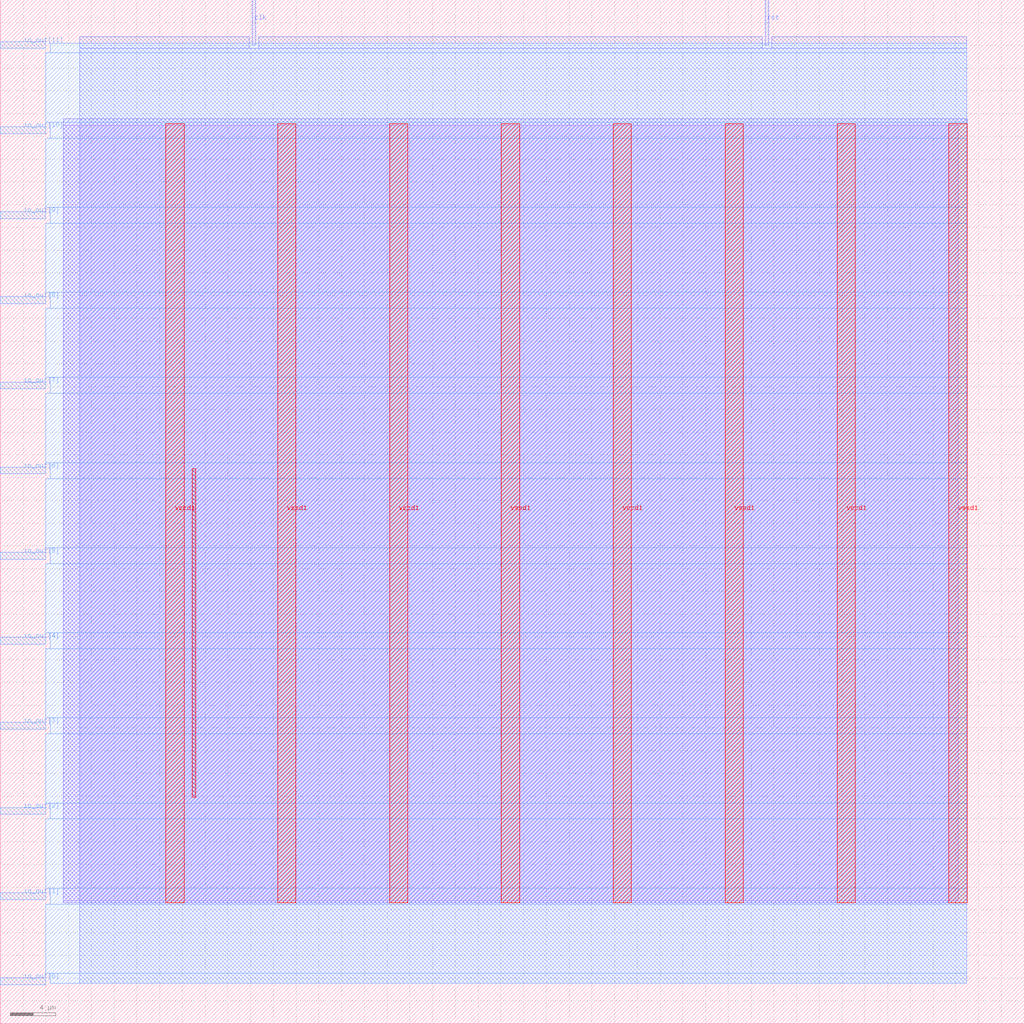
<source format=lef>
VERSION 5.7 ;
  NOWIREEXTENSIONATPIN ON ;
  DIVIDERCHAR "/" ;
  BUSBITCHARS "[]" ;
MACRO tt2_tholin_multiplexed_counter
  CLASS BLOCK ;
  FOREIGN tt2_tholin_multiplexed_counter ;
  ORIGIN 0.000 0.000 ;
  SIZE 90.000 BY 90.000 ;
  PIN clk
    DIRECTION INPUT ;
    USE SIGNAL ;
    PORT
      LAYER met2 ;
        RECT 22.170 86.000 22.450 90.000 ;
    END
  END clk
  PIN io_out[0]
    DIRECTION OUTPUT TRISTATE ;
    USE SIGNAL ;
    PORT
      LAYER met3 ;
        RECT 0.000 3.440 4.000 4.040 ;
    END
  END io_out[0]
  PIN io_out[10]
    DIRECTION OUTPUT TRISTATE ;
    USE SIGNAL ;
    PORT
      LAYER met3 ;
        RECT 0.000 78.240 4.000 78.840 ;
    END
  END io_out[10]
  PIN io_out[11]
    DIRECTION OUTPUT TRISTATE ;
    USE SIGNAL ;
    PORT
      LAYER met3 ;
        RECT 0.000 85.720 4.000 86.320 ;
    END
  END io_out[11]
  PIN io_out[1]
    DIRECTION OUTPUT TRISTATE ;
    USE SIGNAL ;
    PORT
      LAYER met3 ;
        RECT 0.000 10.920 4.000 11.520 ;
    END
  END io_out[1]
  PIN io_out[2]
    DIRECTION OUTPUT TRISTATE ;
    USE SIGNAL ;
    PORT
      LAYER met3 ;
        RECT 0.000 18.400 4.000 19.000 ;
    END
  END io_out[2]
  PIN io_out[3]
    DIRECTION OUTPUT TRISTATE ;
    USE SIGNAL ;
    PORT
      LAYER met3 ;
        RECT 0.000 25.880 4.000 26.480 ;
    END
  END io_out[3]
  PIN io_out[4]
    DIRECTION OUTPUT TRISTATE ;
    USE SIGNAL ;
    PORT
      LAYER met3 ;
        RECT 0.000 33.360 4.000 33.960 ;
    END
  END io_out[4]
  PIN io_out[5]
    DIRECTION OUTPUT TRISTATE ;
    USE SIGNAL ;
    PORT
      LAYER met3 ;
        RECT 0.000 40.840 4.000 41.440 ;
    END
  END io_out[5]
  PIN io_out[6]
    DIRECTION OUTPUT TRISTATE ;
    USE SIGNAL ;
    PORT
      LAYER met3 ;
        RECT 0.000 48.320 4.000 48.920 ;
    END
  END io_out[6]
  PIN io_out[7]
    DIRECTION OUTPUT TRISTATE ;
    USE SIGNAL ;
    PORT
      LAYER met3 ;
        RECT 0.000 55.800 4.000 56.400 ;
    END
  END io_out[7]
  PIN io_out[8]
    DIRECTION OUTPUT TRISTATE ;
    USE SIGNAL ;
    PORT
      LAYER met3 ;
        RECT 0.000 63.280 4.000 63.880 ;
    END
  END io_out[8]
  PIN io_out[9]
    DIRECTION OUTPUT TRISTATE ;
    USE SIGNAL ;
    PORT
      LAYER met3 ;
        RECT 0.000 70.760 4.000 71.360 ;
    END
  END io_out[9]
  PIN rst
    DIRECTION INPUT ;
    USE SIGNAL ;
    PORT
      LAYER met2 ;
        RECT 67.250 86.000 67.530 90.000 ;
    END
  END rst
  PIN vccd1
    DIRECTION INOUT ;
    USE POWER ;
    PORT
      LAYER met4 ;
        RECT 14.550 10.640 16.150 79.120 ;
    END
    PORT
      LAYER met4 ;
        RECT 34.215 10.640 35.815 79.120 ;
    END
    PORT
      LAYER met4 ;
        RECT 53.880 10.640 55.480 79.120 ;
    END
    PORT
      LAYER met4 ;
        RECT 73.545 10.640 75.145 79.120 ;
    END
  END vccd1
  PIN vssd1
    DIRECTION INOUT ;
    USE GROUND ;
    PORT
      LAYER met4 ;
        RECT 24.380 10.640 25.980 79.120 ;
    END
    PORT
      LAYER met4 ;
        RECT 44.045 10.640 45.645 79.120 ;
    END
    PORT
      LAYER met4 ;
        RECT 63.710 10.640 65.310 79.120 ;
    END
    PORT
      LAYER met4 ;
        RECT 83.375 10.640 84.975 79.120 ;
    END
  END vssd1
  OBS
      LAYER li1 ;
        RECT 5.520 10.795 84.180 78.965 ;
      LAYER met1 ;
        RECT 5.520 10.640 84.975 79.520 ;
      LAYER met2 ;
        RECT 6.990 85.720 21.890 86.770 ;
        RECT 22.730 85.720 66.970 86.770 ;
        RECT 67.810 85.720 84.945 86.770 ;
        RECT 6.990 3.555 84.945 85.720 ;
      LAYER met3 ;
        RECT 4.400 85.320 84.965 86.185 ;
        RECT 4.000 79.240 84.965 85.320 ;
        RECT 4.400 77.840 84.965 79.240 ;
        RECT 4.000 71.760 84.965 77.840 ;
        RECT 4.400 70.360 84.965 71.760 ;
        RECT 4.000 64.280 84.965 70.360 ;
        RECT 4.400 62.880 84.965 64.280 ;
        RECT 4.000 56.800 84.965 62.880 ;
        RECT 4.400 55.400 84.965 56.800 ;
        RECT 4.000 49.320 84.965 55.400 ;
        RECT 4.400 47.920 84.965 49.320 ;
        RECT 4.000 41.840 84.965 47.920 ;
        RECT 4.400 40.440 84.965 41.840 ;
        RECT 4.000 34.360 84.965 40.440 ;
        RECT 4.400 32.960 84.965 34.360 ;
        RECT 4.000 26.880 84.965 32.960 ;
        RECT 4.400 25.480 84.965 26.880 ;
        RECT 4.000 19.400 84.965 25.480 ;
        RECT 4.400 18.000 84.965 19.400 ;
        RECT 4.000 11.920 84.965 18.000 ;
        RECT 4.400 10.520 84.965 11.920 ;
        RECT 4.000 4.440 84.965 10.520 ;
        RECT 4.400 3.575 84.965 4.440 ;
      LAYER met4 ;
        RECT 16.855 19.895 17.185 48.785 ;
  END
END tt2_tholin_multiplexed_counter
END LIBRARY


</source>
